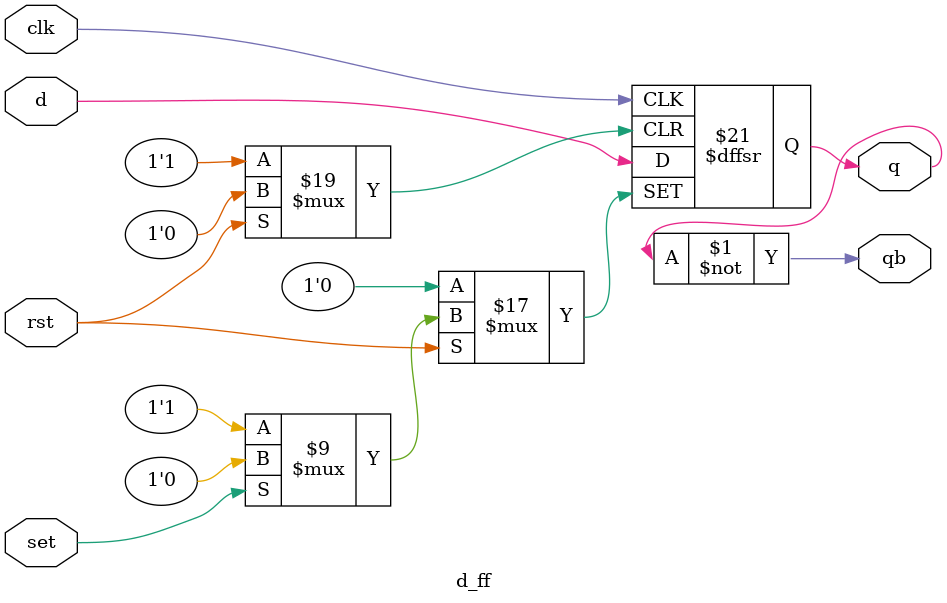
<source format=v>
module d_ff(
	clk,
	rst,
	set,
	d,
	q,
	qb);
	
	input 			clk, rst, set;
	input 			d;
	output 			q, qb;
	
	reg				q;
	
	assign			qb	=	~q;
	
	always @ (posedge clk or negedge rst or negedge set) begin
		if(!rst)
			q <= 0;
		else if(!set)
			q <= 1;
		else
			q <= d;
	end
	
endmodule
</source>
